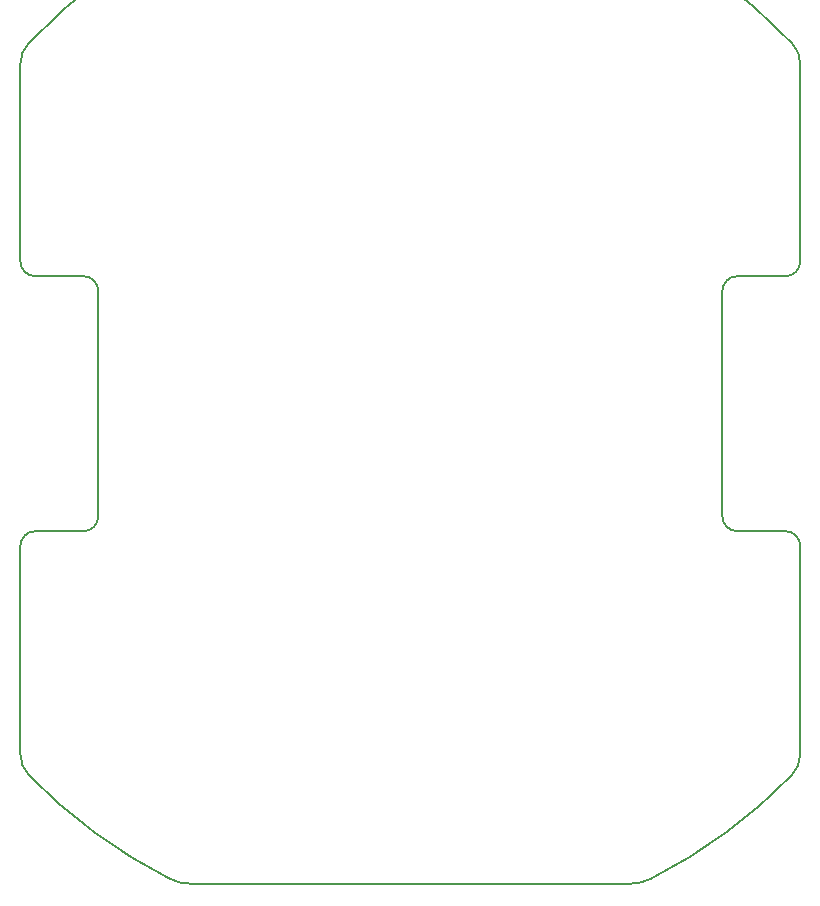
<source format=gko>
G04 #@! TF.GenerationSoftware,KiCad,Pcbnew,5.1.12-84ad8e8a86~92~ubuntu18.04.1*
G04 #@! TF.CreationDate,2022-01-20T14:35:06+01:00*
G04 #@! TF.ProjectId,pololu-3pi+-audio-expansion,706f6c6f-6c75-42d3-9370-692b2d617564,rev?*
G04 #@! TF.SameCoordinates,Original*
G04 #@! TF.FileFunction,Profile,NP*
%FSLAX46Y46*%
G04 Gerber Fmt 4.6, Leading zero omitted, Abs format (unit mm)*
G04 Created by KiCad (PCBNEW 5.1.12-84ad8e8a86~92~ubuntu18.04.1) date 2022-01-20 14:35:06*
%MOMM*%
%LPD*%
G01*
G04 APERTURE LIST*
G04 #@! TA.AperFunction,Profile*
%ADD10C,0.127000*%
G04 #@! TD*
G04 APERTURE END LIST*
D10*
X6604001Y-53975001D02*
X6604000Y-34925000D01*
X59436000Y-53975000D02*
X59435999Y-34924999D01*
X0Y-74132440D02*
X1Y-56514999D01*
X0Y-32385000D02*
X3Y-15682898D01*
X1270000Y-55245000D02*
X5334000Y-55245000D01*
X1269999Y-33655001D02*
X5334001Y-33655001D01*
X66039999Y-32385001D02*
X66040000Y-15684500D01*
X66040000Y-74133572D02*
X66040000Y-56515000D01*
X60705999Y-55244999D02*
X64770001Y-55244999D01*
X60706000Y-33655000D02*
X64770000Y-33655000D01*
X14384246Y-85090004D02*
X51653440Y-85090000D01*
X6604001Y-53975001D02*
G75*
G02*
X5334000Y-55245000I-1270000J1D01*
G01*
X5334001Y-33655001D02*
G75*
G02*
X6604000Y-34925000I0J-1269999D01*
G01*
X1Y-15682898D02*
G75*
G02*
X683260Y-13952219I2544056J-4161D01*
G01*
X713740Y-75897740D02*
G75*
G02*
X0Y-74132440I1826134J1765275D01*
G01*
X53383180Y-84675980D02*
G75*
G02*
X51653440Y-85090000I-1732168J3416485D01*
G01*
X60705999Y-55244999D02*
G75*
G02*
X59436000Y-53975000I0J1269999D01*
G01*
X59435999Y-34924999D02*
G75*
G02*
X60706000Y-33655000I1270000J-1D01*
G01*
X1Y-56514999D02*
G75*
G02*
X1270000Y-55245000I1269999J0D01*
G01*
X1269999Y-33655001D02*
G75*
G02*
X0Y-32385000I1J1270000D01*
G01*
X64770001Y-55244999D02*
G75*
G02*
X66040000Y-56515000I-1J-1270000D01*
G01*
X66039999Y-32385001D02*
G75*
G02*
X64770000Y-33655000I-1269999J0D01*
G01*
X65356486Y-13951948D02*
G75*
G02*
X66040000Y-15684500I-1851798J-1731662D01*
G01*
X66040117Y-74133572D02*
G75*
G02*
X65301707Y-75922958I-2540221J1200D01*
G01*
X14384247Y-85090002D02*
G75*
G02*
X12657342Y-84676244I-4750J3790854D01*
G01*
X65301707Y-75922958D02*
G75*
G02*
X53383180Y-84675980I-32253199J31426551D01*
G01*
X12657342Y-84676244D02*
G75*
G02*
X713740Y-75897740I20398684J40267638D01*
G01*
X683260Y-13952219D02*
G75*
G02*
X65356485Y-13951948I32336740J-30497826D01*
G01*
M02*

</source>
